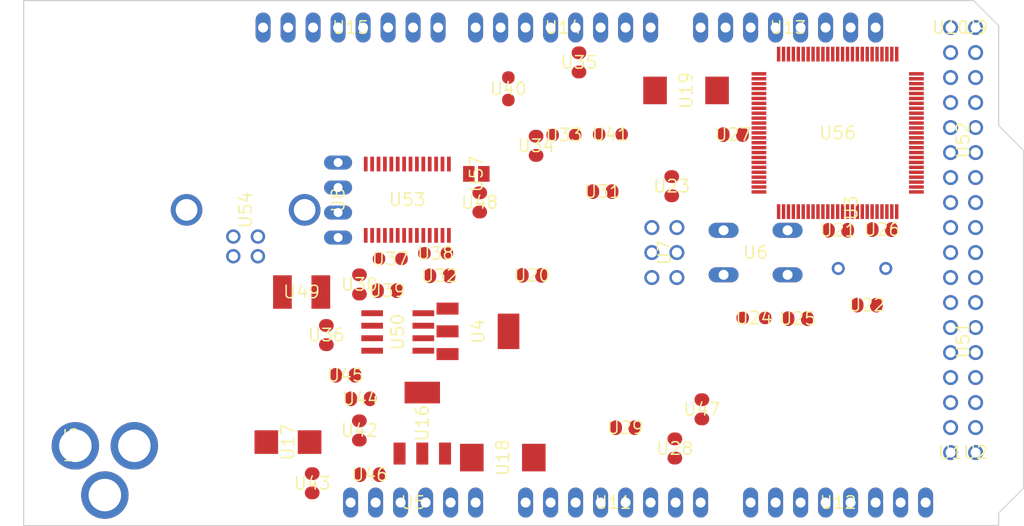
<source format=kicad_pcb>
(kicad_pcb (version 20221018) (generator pcbnew)
  (layers (0 "F.Cu" signal "Top") (31 "B.Cu" signal "Bottom") (34 "B.Paste" user) (35 "F.Paste" user) (36 "B.SilkS" user "B.Silkscreen") (37 "F.SilkS" user "F.Silkscreen") (38 "B.Mask" user) (39 "F.Mask" user) (44 "Edge.Cuts" user))
  (net 0 "")
  (net 1 "+5V")
  (net 2 "GND")
  (net 3 "N$6")
  (net 4 "N$7")
  (net 5 "AREF")
  (net 6 "RESET")
  (net 7 "VIN")
  (net 8 "N$3")
  (net 9 "PWRIN")
  (net 10 "M8RXD")
  (net 11 "M8TXD")
  (net 12 "ADC0")
  (net 13 "ADC2")
  (net 14 "ADC1")
  (net 15 "ADC3")
  (net 16 "ADC4")
  (net 17 "ADC5")
  (net 18 "ADC6")
  (net 19 "ADC7")
  (net 20 "+3V3")
  (net 21 "SDA")
  (net 22 "SCL")
  (net 23 "ADC9")
  (net 24 "ADC8")
  (net 25 "ADC10")
  (net 26 "ADC11")
  (net 27 "ADC12")
  (net 28 "ADC13")
  (net 29 "ADC14")
  (net 30 "ADC15")
  (net 31 "PB3")
  (net 32 "PB2")
  (net 33 "PB1")
  (net 34 "PB5")
  (net 35 "PB4")
  (net 36 "PE5")
  (net 37 "PE4")
  (net 38 "PE3")
  (net 39 "PE1")
  (net 40 "PE0")
  (net 41 "N$15")
  (net 42 "N$53")
  (net 43 "N$54")
  (net 44 "N$55")
  (net 45 "D-")
  (net 46 "D+")
  (net 47 "N$60")
  (net 48 "DTR")
  (net 49 "USBVCC")
  (net 50 "N$2")
  (net 51 "N$4")
  (net 52 "GATE_CMD")
  (net 53 "CMP")
  (net 54 "PB6")
  (net 55 "PH3")
  (net 56 "PH4")
  (net 57 "PH5")
  (net 58 "PH6")
  (net 59 "PG5")
  (net 60 "RXD1")
  (net 61 "TXD1")
  (net 62 "RXD2")
  (net 63 "RXD3")
  (net 64 "TXD2")
  (net 65 "TXD3")
  (net 66 "PC0")
  (net 67 "PC1")
  (net 68 "PC2")
  (net 69 "PC3")
  (net 70 "PC4")
  (net 71 "PC5")
  (net 72 "PC6")
  (net 73 "PC7")
  (net 74 "PB0")
  (net 75 "PG0")
  (net 76 "PG1")
  (net 77 "PG2")
  (net 78 "PD7")
  (net 79 "PA0")
  (net 80 "PA1")
  (net 81 "PA2")
  (net 82 "PA3")
  (net 83 "PA4")
  (net 84 "PA5")
  (net 85 "PA6")
  (net 86 "PA7")
  (net 87 "PL0")
  (net 88 "PL1")
  (net 89 "PL2")
  (net 90 "PL3")
  (net 91 "PL4")
  (net 92 "PL5")
  (net 93 "PL6")
  (net 94 "PL7")
  (net 95 "PB7")
  (net 96 "CTS")
  (net 97 "DSR")
  (net 98 "DCD")
  (net 99 "RI")
  (footprint "Arduino_MEGA_Reference_Design:2X03" (layer "F.Cu") (at 162.7981 103.9336 -90)
    (fp_text reference "U7")
    (fp_text value "")
  )
  (footprint "Arduino_MEGA_Reference_Design:1X08" (layer "F.Cu") (at 152.5111 81.0736 180)
    (fp_text reference "U14")
    (fp_text value "")
  )
  (footprint "Arduino_MEGA_Reference_Design:1X08" (layer "F.Cu") (at 130.9211 81.0736 180)
    (fp_text reference "U15")
    (fp_text value "")
  )
  (footprint "Arduino_MEGA_Reference_Design:SMC_D" (layer "F.Cu") (at 146.386413 124.76421)
    (fp_text reference "U18")
    (fp_text value "")
  )
  (footprint "Arduino_MEGA_Reference_Design:SMC_D" (layer "F.Cu") (at 165.003357 87.462718)
    (fp_text reference "U19")
    (fp_text value "")
  )
  (footprint "Arduino_MEGA_Reference_Design:B3F-10XX" (layer "F.Cu") (at 172.0691 103.9336 180)
    (fp_text reference "U6")
    (fp_text value "")
  )
  (footprint "Arduino_MEGA_Reference_Design:0805RND" (layer "F.Cu") (at 171.901148 110.578043 180)
    (fp_text reference "U24")
    (fp_text value "")
  )
  (footprint "Arduino_MEGA_Reference_Design:SMB" (layer "F.Cu") (at 124.558194 123.190519 180)
    (fp_text reference "U17")
    (fp_text value "")
  )
  (footprint "Arduino_MEGA_Reference_Design:DC-21MM" (layer "F.Cu") (at 103.2351 123.4916 90)
    (fp_text reference "U55")
    (fp_text value "")
  )
  (footprint "Arduino_MEGA_Reference_Design:HC49_S" (layer "F.Cu") (at 182.88149 105.54642)
    (fp_text reference "U3")
    (fp_text value "")
  )
  (footprint "Arduino_MEGA_Reference_Design:SOT223" (layer "F.Cu") (at 138.203764 121.256406)
    (fp_text reference "U16")
    (fp_text value "")
  )
  (footprint "Arduino_MEGA_Reference_Design:1X06" (layer "F.Cu") (at 137.2711 129.3336)
    (fp_text reference "U5")
    (fp_text value "")
  )
  (footprint "Arduino_MEGA_Reference_Design:C0805RND" (layer "F.Cu") (at 154.123636 84.612611 -90)
    (fp_text reference "U35")
    (fp_text value "")
  )
  (footprint "Arduino_MEGA_Reference_Design:C0805RND" (layer "F.Cu") (at 163.865062 123.839258 90)
    (fp_text reference "U28")
    (fp_text value "")
  )
  (footprint "Arduino_MEGA_Reference_Design:C0805RND" (layer "F.Cu") (at 180.443921 101.667665 180)
    (fp_text reference "U21")
    (fp_text value "")
  )
  (footprint "Arduino_MEGA_Reference_Design:C0805RND" (layer "F.Cu") (at 183.361789 109.271964 180)
    (fp_text reference "U22")
    (fp_text value "")
  )
  (footprint "Arduino_MEGA_Reference_Design:C0805RND" (layer "F.Cu") (at 127.019587 127.371379 -90)
    (fp_text reference "U43")
    (fp_text value "")
  )
  (footprint "Arduino_MEGA_Reference_Design:RCL_0805RND" (layer "F.Cu") (at 146.948923 87.29299 90)
    (fp_text reference "U40")
    (fp_text value "")
  )
  (footprint "Arduino_MEGA_Reference_Design:RCL_0805RND" (layer "F.Cu") (at 157.317728 91.927194)
    (fp_text reference "U41")
    (fp_text value "")
  )
  (footprint "Arduino_MEGA_Reference_Design:1X08" (layer "F.Cu") (at 157.5911 129.3336)
    (fp_text reference "U11")
    (fp_text value "")
  )
  (footprint "Arduino_MEGA_Reference_Design:1X08" (layer "F.Cu") (at 175.3711 81.0736 180)
    (fp_text reference "U13")
    (fp_text value "")
  )
  (footprint "Arduino_MEGA_Reference_Design:R0805RND" (layer "F.Cu") (at 184.897 101.596888 180)
    (fp_text reference "U26")
    (fp_text value "")
  )
  (footprint "Arduino_MEGA_Reference_Design:R0805RND" (layer "F.Cu") (at 169.755891 91.948122)
    (fp_text reference "U27")
    (fp_text value "")
  )
  (footprint "Arduino_MEGA_Reference_Design:TQFP100" (layer "F.Cu") (at 180.407526 91.774267)
    (fp_text reference "U56")
    (fp_text value "")
  )
  (footprint "Arduino_MEGA_Reference_Design:C0805RND" (layer "F.Cu") (at 163.54732 97.18902 90)
    (fp_text reference "U23")
    (fp_text value "")
  )
  (footprint "Arduino_MEGA_Reference_Design:C0805RND" (layer "F.Cu") (at 149.340903 106.247976)
    (fp_text reference "U20")
    (fp_text value "")
  )
  (footprint "Arduino_MEGA_Reference_Design:1X08" (layer "F.Cu") (at 180.4511 129.3336)
    (fp_text reference "U12")
    (fp_text value "")
  )
  (footprint "Arduino_MEGA_Reference_Design:R0805RND" (layer "F.Cu") (at 166.607702 119.859462 -90)
    (fp_text reference "U47")
    (fp_text value "")
  )
  (footprint "Arduino_MEGA_Reference_Design:C0805RND" (layer "F.Cu") (at 132.851046 126.497254 180)
    (fp_text reference "U46")
    (fp_text value "")
  )
  (footprint "Arduino_MEGA_Reference_Design:C0805RND" (layer "F.Cu") (at 128.458514 112.318495 -90)
    (fp_text reference "U36")
    (fp_text value "")
  )
  (footprint "Arduino_MEGA_Reference_Design:C0805RND" (layer "F.Cu") (at 131.822262 107.171755 90)
    (fp_text reference "U30")
    (fp_text value "")
  )
  (footprint "Arduino_MEGA_Reference_Design:0805RND" (layer "F.Cu") (at 139.564623 104.011083 180)
    (fp_text reference "U38")
    (fp_text value "")
  )
  (footprint "Arduino_MEGA_Reference_Design:0805RND" (layer "F.Cu") (at 134.951455 104.575651)
    (fp_text reference "U37")
    (fp_text value "")
  )
  (footprint "Arduino_MEGA_Reference_Design:R0805RND" (layer "F.Cu") (at 139.949799 106.294669 180)
    (fp_text reference "U32")
    (fp_text value "")
  )
  (footprint "Arduino_MEGA_Reference_Design:R0805RND" (layer "F.Cu") (at 134.630674 107.808022)
    (fp_text reference "U39")
    (fp_text value "")
  )
  (footprint "Arduino_MEGA_Reference_Design:SSOP28" (layer "F.Cu") (at 136.683169 98.565884 180)
    (fp_text reference "U53")
    (fp_text value "")
  )
  (footprint "Arduino_MEGA_Reference_Design:PN61729" (layer "F.Cu") (at 120.253773 97.056894 180)
    (fp_text reference "U54")
    (fp_text value "")
  )
  (footprint "Arduino_MEGA_Reference_Design:L1812" (layer "F.Cu") (at 125.944733 107.943469 180)
    (fp_text reference "U49")
    (fp_text value "")
  )
  (footprint "Arduino_MEGA_Reference_Design:C0805RND" (layer "F.Cu") (at 156.504014 97.744832)
    (fp_text reference "U31")
    (fp_text value "")
  )
  (footprint "Arduino_MEGA_Reference_Design:0805RND" (layer "F.Cu") (at 152.596032 91.994186)
    (fp_text reference "U33")
    (fp_text value "")
  )
  (footprint "Arduino_MEGA_Reference_Design:R0805RND" (layer "F.Cu") (at 149.766665 93.089115 90)
    (fp_text reference "U34")
    (fp_text value "")
  )
  (footprint "Arduino_MEGA_Reference_Design:C0805RND" (layer "F.Cu") (at 144.040866 98.838143 -90)
    (fp_text reference "U48")
    (fp_text value "")
  )
  (footprint "Arduino_MEGA_Reference_Design:SOT223" (layer "F.Cu") (at 143.867783 111.9387 -90)
    (fp_text reference "U4")
    (fp_text value "")
  )
  (footprint "Arduino_MEGA_Reference_Design:SO08" (layer "F.Cu") (at 135.708877 112.002488 -90)
    (fp_text reference "U50")
    (fp_text value "")
  )
  (footprint "Arduino_MEGA_Reference_Design:R0805RND" (layer "F.Cu") (at 131.810618 122.0068 -90)
    (fp_text reference "U42")
    (fp_text value "")
  )
  (footprint "Arduino_MEGA_Reference_Design:R0805RND" (layer "F.Cu") (at 130.391002 116.401442)
    (fp_text reference "U45")
    (fp_text value "")
  )
  (footprint "Arduino_MEGA_Reference_Design:C0805RND" (layer "F.Cu") (at 131.917078 118.794601)
    (fp_text reference "U44")
    (fp_text value "")
  )
  (footprint "Arduino_MEGA_Reference_Design:C0805RND" (layer "F.Cu") (at 158.822525 121.729757)
    (fp_text reference "U29")
    (fp_text value "")
  )
  (footprint "Arduino_MEGA_Reference_Design:2X08" (layer "F.Cu") (at 193.1511 92.5036 90)
    (fp_text reference "U52")
    (fp_text value "")
  )
  (footprint "Arduino_MEGA_Reference_Design:2X08" (layer "F.Cu") (at 193.1511 112.8236 90)
    (fp_text reference "U51")
    (fp_text value "")
  )
  (footprint "Arduino_MEGA_Reference_Design:R0805RND" (layer "F.Cu") (at 176.342581 110.648626 180)
    (fp_text reference "U25")
    (fp_text value "")
  )
  (footprint "Arduino_MEGA_Reference_Design:1X01" (layer "F.Cu") (at 191.8811 81.0736)
    (fp_text reference "U10")
    (fp_text value "")
  )
  (footprint "Arduino_MEGA_Reference_Design:1X01" (layer "F.Cu") (at 194.4211 81.0736)
    (fp_text reference "U9")
    (fp_text value "")
  )
  (footprint "Arduino_MEGA_Reference_Design:1X01" (layer "F.Cu") (at 191.8811 124.2536)
    (fp_text reference "U1")
    (fp_text value "")
  )
  (footprint "Arduino_MEGA_Reference_Design:1X01" (layer "F.Cu") (at 194.4211 124.2536)
    (fp_text reference "U2")
    (fp_text value "")
  )
  (footprint "Arduino_MEGA_Reference_Design:SJ" (layer "F.Cu") (at 143.694491 95.939726)
    (fp_text reference "U57")
    (fp_text value "")
  )
  (footprint "Arduino_MEGA_Reference_Design:JP4" (layer "F.Cu") (at 129.6511 98.5996 -90)
    (fp_text reference "U8")
    (fp_text value "")
  )
  (gr_line (start 196.7611 130.4036) (end 196.7611 131.6736) (layer "Edge.Cuts") (width 0.12))
  (gr_line (start 196.7611 80.8736) (end 196.7611 91.0336) (layer "Edge.Cuts") (width 0.12))
  (gr_line (start 194.2211 78.3336) (end 196.7611 80.8736) (layer "Edge.Cuts") (width 0.12))
  (gr_line (start 97.7011 78.3336) (end 194.2211 78.3336) (layer "Edge.Cuts") (width 0.12))
  (gr_line (start 97.7011 131.6736) (end 97.7011 78.3336) (layer "Edge.Cuts") (width 0.12))
  (gr_line (start 199.3011 93.5736) (end 199.3011 127.8636) (layer "Edge.Cuts") (width 0.12))
  (gr_line (start 196.7611 131.6736) (end 97.7011 131.6736) (layer "Edge.Cuts") (width 0.12))
  (gr_line (start 196.7611 91.0336) (end 199.3011 93.5736) (layer "Edge.Cuts") (width 0.12))
  (gr_line (start 199.3011 127.8636) (end 196.7611 130.4036) (layer "Edge.Cuts") (width 0.12))
)
</source>
